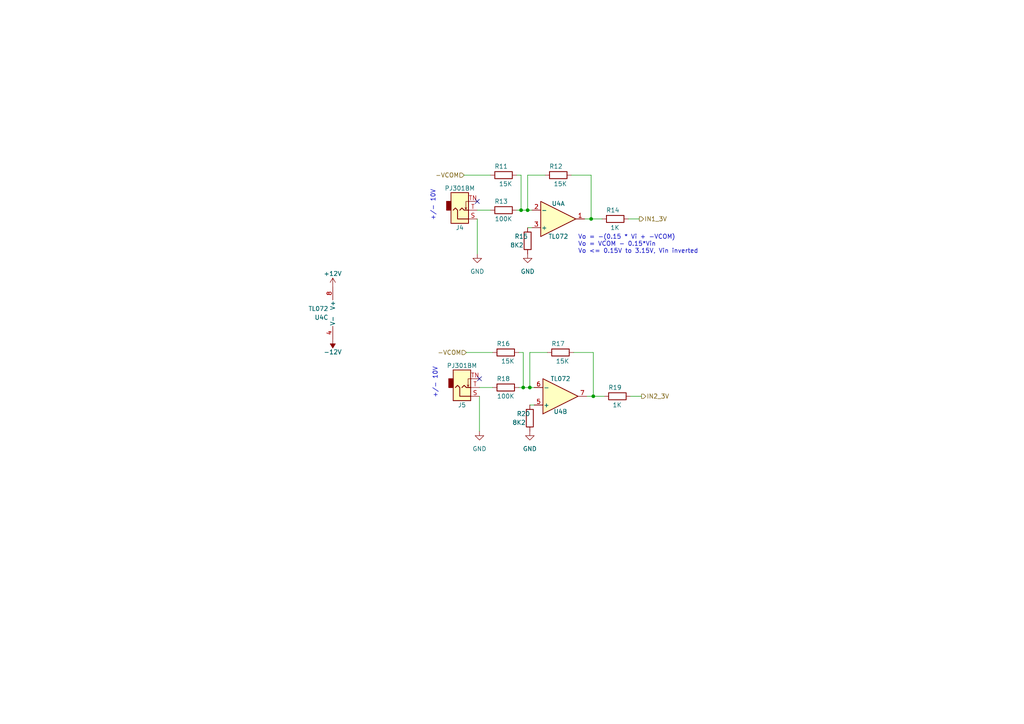
<source format=kicad_sch>
(kicad_sch (version 20211123) (generator eeschema)
  (paper "A4")
  (lib_symbols
    (symbol "Amplifier_Operational:TL072" (pin_names (offset 0.127))
      (property "Reference" "U" (at 0 5.08 0))
      (property "Value" "TL072" (at 0 -5.08 0))
      (symbol "TL072_1_1"
        (polyline (pts (xy -5.08 5.08) (xy 5.08 0) (xy -5.08 -5.08) (xy -5.08 5.08)) (stroke (width 0.254)) (fill (type background)))
        (pin output line (at 7.62 0 180) (length 2.54) (name "~") (number "1"))
        (pin input line (at -7.62 -2.54 0) (length 2.54) (name "-") (number "2"))
        (pin input line (at -7.62 2.54 0) (length 2.54) (name "+") (number "3"))
      )
      (symbol "TL072_2_1"
        (polyline (pts (xy -5.08 5.08) (xy 5.08 0) (xy -5.08 -5.08) (xy -5.08 5.08)) (stroke (width 0.254)) (fill (type background)))
        (pin input line (at -7.62 2.54 0) (length 2.54) (name "+") (number "5"))
        (pin input line (at -7.62 -2.54 0) (length 2.54) (name "-") (number "6"))
        (pin output line (at 7.62 0 180) (length 2.54) (name "~") (number "7"))
      )
      (symbol "TL072_3_1"
        (pin power_in line (at -2.54 -7.62 90) (length 3.81) (name "V-") (number "4"))
        (pin power_in line (at -2.54 7.62 270) (length 3.81) (name "V+") (number "8"))
      )
    )
    (symbol "Connector:AudioJack2_SwitchT"
      (property "Reference" "J" (at 0 8.89 0))
      (property "Value" "AudioJack2_SwitchT" (at 0 6.35 0))
      (symbol "AudioJack2_SwitchT_0_1"
        (rectangle (start -2.54 0) (end -3.81 -2.54) (stroke (width 0.254)) (fill (type outline)))
        (polyline (pts (xy 1.778 -0.254) (xy 2.032 -0.762)))
        (polyline (pts (xy 0 0) (xy 0.635 -0.635) (xy 1.27 0) (xy 2.54 0)) (stroke (width 0.254)))
        (polyline (pts (xy 2.54 -2.54) (xy 1.778 -2.54) (xy 1.778 -0.254) (xy 1.524 -0.762)))
        (polyline (pts (xy 2.54 2.54) (xy -0.635 2.54) (xy -0.635 0) (xy -1.27 -0.635) (xy -1.905 0)) (stroke (width 0.254)))
        (rectangle (start 2.54 3.81) (end -2.54 -5.08) (stroke (width 0.254)) (fill (type background)))
      )
      (symbol "AudioJack2_SwitchT_1_1"
        (pin passive line (at 5.08 2.54 180) (length 2.54) (name "~") (number "S"))
        (pin passive line (at 5.08 0 180) (length 2.54) (name "~") (number "T"))
        (pin passive line (at 5.08 -2.54 180) (length 2.54) (name "~") (number "TN"))
      )
    )
    (symbol "Device:R" (pin_numbers hide) (pin_names (offset 0))
      (property "Reference" "R" (at 2.032 0 90))
      (property "Value" "R" (at 0 0 90))
      (symbol "R_0_1"
        (rectangle (start -1.016 -2.54) (end 1.016 2.54) (stroke (width 0.254)))
      )
      (symbol "R_1_1"
        (pin passive line (at 0 3.81 270) (length 1.27) (name "~") (number "1"))
        (pin passive line (at 0 -3.81 90) (length 1.27) (name "~") (number "2"))
      )
    )
    (symbol "power:+12V" (power) (pin_names (offset 0))
      (property "Value" "+12V" (at 0 3.556 0))
      (symbol "+12V_0_1"
        (polyline (pts (xy -0.762 1.27) (xy 0 2.54)))
        (polyline (pts (xy 0 0) (xy 0 2.54)))
        (polyline (pts (xy 0 2.54) (xy 0.762 1.27)))
      )
      (symbol "+12V_1_1"
        (pin power_in line (at 0 0 90) (length 0) hide (name "+12V") (number "1"))
      )
    )
    (symbol "power:-12V" (power) (pin_names (offset 0))
      (property "Value" "-12V" (at 0 3.81 0))
      (symbol "-12V_0_0"
        (pin power_in line (at 0 0 90) (length 0) hide (name "-12V") (number "1"))
      )
      (symbol "-12V_0_1"
        (polyline (pts (xy 0 0) (xy 0 1.27) (xy 0.762 1.27) (xy 0 2.54) (xy -0.762 1.27) (xy 0 1.27)) (fill (type outline)))
      )
    )
    (symbol "power:GND" (power) (pin_names (offset 0))
      (property "Value" "GND" (at 0 -3.81 0))
      (symbol "GND_0_1"
        (polyline (pts (xy 0 0) (xy 0 -1.27) (xy 1.27 -1.27) (xy 0 -2.54) (xy -1.27 -1.27) (xy 0 -1.27)))
      )
      (symbol "GND_1_1"
        (pin power_in line (at 0 0 270) (length 0) hide (name "GND") (number "1"))
      )
    )
  )
  (junction (at 151.13 60.96))
  (junction (at 153.035 60.96))
  (junction (at 153.67 112.395))
  (junction (at 171.45 63.5))
  (junction (at 151.765 112.395))
  (junction (at 172.085 114.935))
  (no_connect (at 138.43 58.42))
  (no_connect (at 139.065 109.855))
  (wire (pts (xy 153.67 102.235) (xy 158.75 102.235)))
  (wire (pts (xy 151.13 50.8) (xy 151.13 60.96)))
  (wire (pts (xy 171.45 63.5) (xy 174.625 63.5)))
  (wire (pts (xy 153.67 112.395) (xy 153.67 102.235)))
  (wire (pts (xy 134.62 50.8) (xy 142.24 50.8)))
  (wire (pts (xy 153.035 66.04) (xy 154.305 66.04)))
  (wire (pts (xy 151.765 102.235) (xy 151.765 112.395)))
  (wire (pts (xy 151.765 112.395) (xy 153.67 112.395)))
  (wire (pts (xy 153.035 60.96) (xy 154.305 60.96)))
  (wire (pts (xy 172.085 114.935) (xy 170.18 114.935)))
  (wire (pts (xy 139.065 112.395) (xy 142.875 112.395)))
  (wire (pts (xy 182.245 63.5) (xy 185.42 63.5)))
  (wire (pts (xy 165.735 50.8) (xy 171.45 50.8)))
  (wire (pts (xy 171.45 50.8) (xy 171.45 63.5)))
  (wire (pts (xy 151.13 60.96) (xy 153.035 60.96)))
  (wire (pts (xy 182.88 114.935) (xy 186.055 114.935)))
  (wire (pts (xy 135.255 102.235) (xy 142.875 102.235)))
  (wire (pts (xy 138.43 60.96) (xy 142.24 60.96)))
  (wire (pts (xy 139.065 114.935) (xy 139.065 125.095)))
  (wire (pts (xy 149.86 50.8) (xy 151.13 50.8)))
  (wire (pts (xy 150.495 112.395) (xy 151.765 112.395)))
  (wire (pts (xy 153.035 60.96) (xy 153.035 50.8)))
  (wire (pts (xy 153.035 50.8) (xy 158.115 50.8)))
  (wire (pts (xy 153.67 117.475) (xy 154.94 117.475)))
  (wire (pts (xy 138.43 63.5) (xy 138.43 73.66)))
  (wire (pts (xy 153.67 112.395) (xy 154.94 112.395)))
  (wire (pts (xy 172.085 114.935) (xy 175.26 114.935)))
  (wire (pts (xy 149.86 60.96) (xy 151.13 60.96)))
  (wire (pts (xy 150.495 102.235) (xy 151.765 102.235)))
  (wire (pts (xy 172.085 102.235) (xy 172.085 114.935)))
  (wire (pts (xy 171.45 63.5) (xy 169.545 63.5)))
  (wire (pts (xy 166.37 102.235) (xy 172.085 102.235)))
  (text "+/- 10V" (at 127 115.57 90) (effects (font (size 1.27 1.27)) (justify left bottom)))
  (text "+/- 10V" (at 126.365 64.135 90) (effects (font (size 1.27 1.27)) (justify left bottom)))
  (text "Vo = -(0.15 * Vi + -VCOM)\nVo = VCOM - 0.15*Vin\nVo <= 0.15V to 3.15V, Vin inverted" (at 167.64 73.66 0) (effects (font (size 1.27 1.27)) (justify left bottom)))
  (hierarchical_label "IN1_3V" (shape output) (at 185.42 63.5 0))
  (hierarchical_label "-VCOM" (shape input) (at 135.255 102.235 180))
  (hierarchical_label "-VCOM" (shape input) (at 134.62 50.8 180))
  (hierarchical_label "IN2_3V" (shape output) (at 186.055 114.935 0))
  (symbol (lib_id "power:GND") (at 139.065 125.095 0) (unit 1)
    (property "Reference" "#PWR069" (effects hide))
    (property "Value" "GND" (at 139.065 130.175 0))
  )
  (symbol (lib_id "Device:R") (at 178.435 63.5 90) (unit 1)
    (property "Reference" "R14" (at 179.705 60.96 90) (effects (justify left)))
    (property "Value" "1K" (at 179.705 66.04 90) (effects (justify left)))
    (property "Footprint" "Resistor_SMD:R_0603_1608Metric" (effects hide))
  )
  (symbol (lib_id "Device:R") (at 146.05 50.8 90) (unit 1)
    (property "Reference" "R11" (at 147.32 48.26 90) (effects (justify left)))
    (property "Value" "15K" (at 148.59 53.34 90) (effects (justify left)))
    (property "Footprint" "Resistor_SMD:R_0603_1608Metric" (effects hide))
  )
  (symbol (lib_id "Device:R") (at 179.07 114.935 90) (unit 1)
    (property "Reference" "R19" (at 180.34 112.395 90) (effects (justify left)))
    (property "Value" "1K" (at 180.34 117.475 90) (effects (justify left)))
    (property "Footprint" "Resistor_SMD:R_0603_1608Metric" (effects hide))
  )
  (symbol (lib_id "Amplifier_Operational:TL072") (at 99.06 90.805 0) (unit 3)
    (property "Reference" "U4" (at 95.25 92.0751 0) (effects (justify right)))
    (property "Value" "TL072" (at 95.25 89.5351 0) (effects (justify right)))
    (property "Footprint" "Package_SO:SOIC-8_3.9x4.9mm_P1.27mm" (effects hide))
    (property "Datasheet" "http://www.ti.com/lit/ds/symlink/tl071.pdf" (effects hide))
  )
  (symbol (lib_id "Device:R") (at 153.035 69.85 0) (unit 1)
    (property "Reference" "R15" (at 149.225 68.58 0) (effects (justify left)))
    (property "Value" "8K2" (at 147.955 71.12 0) (effects (justify left)))
    (property "Footprint" "Resistor_SMD:R_0603_1608Metric" (effects hide))
  )
  (symbol (lib_id "Device:R") (at 146.685 102.235 90) (unit 1)
    (property "Reference" "R16" (at 147.955 99.695 90) (effects (justify left)))
    (property "Value" "15K" (at 149.225 104.775 90) (effects (justify left)))
    (property "Footprint" "Resistor_SMD:R_0603_1608Metric" (effects hide))
  )
  (symbol (lib_id "Connector:AudioJack2_SwitchT") (at 133.985 112.395 0) (mirror x) (unit 1)
    (property "Reference" "J5" (at 133.985 117.475 0))
    (property "Value" "PJ301BM" (at 133.985 106.045 0))
    (property "Footprint" "AudioJacks:Jack_3.5mm_QingPu_WQP-PJ301BM_Vertical" (effects hide))
    (property "Datasheet" "${KIPRJMOD}/../datasheets/pj-301b.pdf" (effects hide))
  )
  (symbol (lib_id "Connector:AudioJack2_SwitchT") (at 133.35 60.96 0) (mirror x) (unit 1)
    (property "Reference" "J4" (at 133.35 66.04 0))
    (property "Value" "PJ301BM" (at 133.35 54.61 0))
    (property "Footprint" "AudioJacks:Jack_3.5mm_QingPu_WQP-PJ301BM_Vertical" (effects hide))
    (property "Datasheet" "${KIPRJMOD}/../datasheets/pj-301b.pdf" (effects hide))
  )
  (symbol (lib_id "Amplifier_Operational:TL072") (at 161.925 63.5 0) (mirror x) (unit 1)
    (property "Reference" "U4" (at 161.925 59.055 0))
    (property "Value" "TL072" (at 161.925 68.58 0))
    (property "Footprint" "Package_SO:SOIC-8_3.9x4.9mm_P1.27mm" (effects hide))
    (property "Datasheet" "http://www.ti.com/lit/ds/symlink/tl071.pdf" (effects hide))
  )
  (symbol (lib_id "power:GND") (at 153.035 73.66 0) (unit 1)
    (property "Reference" "#PWR066" (effects hide))
    (property "Value" "GND" (at 153.035 78.74 0))
  )
  (symbol (lib_id "power:-12V") (at 96.52 98.425 180) (unit 1)
    (property "Reference" "#PWR068" (effects hide))
    (property "Value" "-12V" (at 93.853 102.108 0) (effects (justify right)))
  )
  (symbol (lib_id "power:+12V") (at 96.52 83.185 0) (unit 1)
    (property "Reference" "#PWR067" (effects hide))
    (property "Value" "+12V" (at 93.853 79.375 0) (effects (justify left)))
  )
  (symbol (lib_id "Amplifier_Operational:TL072") (at 162.56 114.935 0) (mirror x) (unit 2)
    (property "Reference" "U4" (at 162.56 119.38 0))
    (property "Value" "TL072" (at 162.56 109.855 0))
    (property "Footprint" "Package_SO:SOIC-8_3.9x4.9mm_P1.27mm" (effects hide))
    (property "Datasheet" "http://www.ti.com/lit/ds/symlink/tl071.pdf" (effects hide))
  )
  (symbol (lib_id "Device:R") (at 146.05 60.96 90) (unit 1)
    (property "Reference" "R13" (at 147.32 58.42 90) (effects (justify left)))
    (property "Value" "100K" (at 148.59 63.5 90) (effects (justify left)))
    (property "Footprint" "Resistor_SMD:R_0603_1608Metric" (effects hide))
  )
  (symbol (lib_id "Device:R") (at 161.925 50.8 90) (unit 1)
    (property "Reference" "R12" (at 163.195 48.26 90) (effects (justify left)))
    (property "Value" "15K" (at 164.465 53.34 90) (effects (justify left)))
    (property "Footprint" "Resistor_SMD:R_0603_1608Metric" (effects hide))
  )
  (symbol (lib_id "Device:R") (at 162.56 102.235 90) (unit 1)
    (property "Reference" "R17" (at 163.83 99.695 90) (effects (justify left)))
    (property "Value" "15K" (at 165.1 104.775 90) (effects (justify left)))
    (property "Footprint" "Resistor_SMD:R_0603_1608Metric" (effects hide))
  )
  (symbol (lib_id "power:GND") (at 138.43 73.66 0) (unit 1)
    (property "Reference" "#PWR065" (effects hide))
    (property "Value" "GND" (at 138.43 78.74 0))
  )
  (symbol (lib_id "power:GND") (at 153.67 125.095 0) (unit 1)
    (property "Reference" "#PWR070" (effects hide))
    (property "Value" "GND" (at 153.67 130.175 0))
  )
  (symbol (lib_id "Device:R") (at 153.67 121.285 0) (unit 1)
    (property "Reference" "R20" (at 149.86 120.015 0) (effects (justify left)))
    (property "Value" "8K2" (at 148.59 122.555 0) (effects (justify left)))
    (property "Footprint" "Resistor_SMD:R_0603_1608Metric" (effects hide))
  )
  (symbol (lib_id "Device:R") (at 146.685 112.395 90) (unit 1)
    (property "Reference" "R18" (at 147.955 109.855 90) (effects (justify left)))
    (property "Value" "100K" (at 149.225 114.935 90) (effects (justify left)))
    (property "Footprint" "Resistor_SMD:R_0603_1608Metric" (effects hide))
  )
)
</source>
